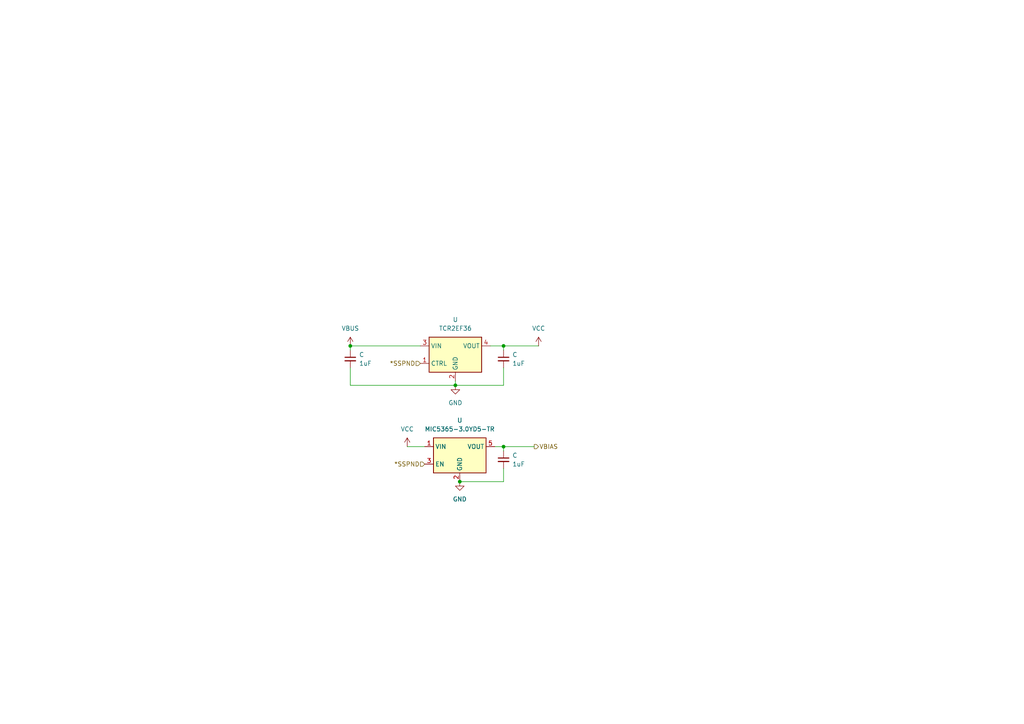
<source format=kicad_sch>
(kicad_sch (version 20250114) (generator "eeschema") (generator_version "9.0")
  (paper "A4")
  (title_block (title "Power") (date "2025-05-26") (rev "0.3") (company "Maksym Rybalskyi <Maxdespairon@gmail.com>"))
  (lib_symbols
    (symbol "Device:C_Small" (pin_numbers (hide yes)) (pin_names (offset 0.254) (hide yes))
      (property "Reference" "C" (at 0.254 1.778 0))
      (property "Value" "C_Small" (at 0.254 -2.032 0))
      (symbol "C_Small_0_1"
        (polyline (pts (xy -1.524 0.508) (xy 1.524 0.508)) (stroke (width 0.3048)))
        (polyline (pts (xy -1.524 -0.508) (xy 1.524 -0.508)) (stroke (width 0.3302)))
      )
      (symbol "C_Small_1_1"
        (pin passive line (at 0 2.54 270) (length 2.032) (name "~") (number "1"))
        (pin passive line (at 0 -2.54 90) (length 2.032) (name "~") (number "2"))
      )
    )
    (symbol "Regulator_Linear:MIC5365-3.0YC5"
      (property "Reference" "U" (at -6.35 6.35 0))
      (property "Value" "MIC5365-3.0YC5" (at 0 6.35 0))
      (symbol "MIC5365-3.0YC5_0_1"
        (rectangle (start -7.62 -5.08) (end 7.62 5.08) (stroke (width 0.254)) (fill (type background)))
      )
      (symbol "MIC5365-3.0YC5_1_1"
        (pin power_in line (at -10.16 2.54 0) (length 2.54) (name "VIN") (number "1"))
        (pin input line (at -10.16 -2.54 0) (length 2.54) (name "EN") (number "3"))
        (pin power_in line (at 0 -7.62 90) (length 2.54) (name "GND") (number "2"))
        (pin no_connect line (at 7.62 -2.54 180) (length 2.54) (hide yes) (name "NC") (number "4"))
        (pin power_out line (at 10.16 2.54 180) (length 2.54) (name "VOUT") (number "5"))
      )
    )
    (symbol "Regulator_Linear:TCR2EE27"
      (property "Reference" "U6" (at 0 9.3218 0))
      (property "Value" "TCR2EE27" (at 0 7.0104 0))
      (symbol "TCR2EE27_0_1"
        (rectangle (start -7.62 -5.08) (end 7.62 5.08) (stroke (width 0.254)) (fill (type background)))
      )
      (symbol "TCR2EE27_1_1"
        (pin power_in line (at -10.16 2.54 0) (length 2.54) (name "VIN") (number "3"))
        (pin input line (at -10.16 -2.54 0) (length 2.54) (name "CTRL") (number "1"))
        (pin power_in line (at 0 -7.62 90) (length 2.54) (name "GND") (number "2"))
        (pin no_connect line (at 7.62 -2.54 180) (length 2.54) (hide yes) (name "NC") (number "5"))
        (pin power_out line (at 10.16 2.54 180) (length 2.54) (name "VOUT") (number "4"))
      )
    )
    (symbol "power:GND" (power) (pin_numbers (hide yes)) (pin_names (offset 0) (hide yes))
      (property "Value" "GND" (at 0 -3.81 0))
      (symbol "GND_0_1"
        (polyline (pts (xy 0 0) (xy 0 -1.27) (xy 1.27 -1.27) (xy 0 -2.54) (xy -1.27 -1.27) (xy 0 -1.27)))
      )
      (symbol "GND_1_1"
        (pin power_in line (at 0 0 270) (length 0) (name "~") (number "1"))
      )
    )
    (symbol "power:VBUS" (power) (pin_numbers (hide yes)) (pin_names (offset 0) (hide yes))
      (property "Value" "VBUS" (at 0 3.556 0))
      (symbol "VBUS_0_1"
        (polyline (pts (xy -0.762 1.27) (xy 0 2.54)))
        (polyline (pts (xy 0 2.54) (xy 0.762 1.27)))
        (polyline (pts (xy 0 0) (xy 0 2.54)))
      )
      (symbol "VBUS_1_1"
        (pin power_in line (at 0 0 90) (length 0) (name "~") (number "1"))
      )
    )
    (symbol "power:VCC" (power) (pin_numbers (hide yes)) (pin_names (offset 0) (hide yes))
      (property "Value" "VCC" (at 0 3.556 0))
      (symbol "VCC_0_1"
        (polyline (pts (xy -0.762 1.27) (xy 0 2.54)))
        (polyline (pts (xy 0 2.54) (xy 0.762 1.27)))
        (polyline (pts (xy 0 0) (xy 0 2.54)))
      )
      (symbol "VCC_1_1"
        (pin power_in line (at 0 0 90) (length 0) (name "~") (number "1"))
      )
    )
  )
  (junction (at 146.05 129.54))
  (junction (at 132.08 111.76))
  (junction (at 101.6 100.33))
  (junction (at 133.35 139.7))
  (junction (at 146.05 100.33))
  (wire (pts (xy 132.08 111.76) (xy 132.08 110.49)))
  (wire (pts (xy 146.05 106.68) (xy 146.05 111.76)))
  (wire (pts (xy 146.05 139.7) (xy 133.35 139.7)))
  (wire (pts (xy 118.11 129.54) (xy 123.19 129.54)))
  (wire (pts (xy 101.6 106.68) (xy 101.6 111.76)))
  (wire (pts (xy 101.6 111.76) (xy 132.08 111.76)))
  (wire (pts (xy 101.6 100.33) (xy 121.92 100.33)))
  (wire (pts (xy 101.6 100.33) (xy 101.6 101.6)))
  (wire (pts (xy 143.51 129.54) (xy 146.05 129.54)))
  (wire (pts (xy 146.05 129.54) (xy 146.05 130.81)))
  (wire (pts (xy 142.24 100.33) (xy 146.05 100.33)))
  (wire (pts (xy 146.05 135.89) (xy 146.05 139.7)))
  (wire (pts (xy 146.05 129.54) (xy 154.94 129.54)))
  (wire (pts (xy 146.05 100.33) (xy 146.05 101.6)))
  (wire (pts (xy 146.05 100.33) (xy 156.21 100.33)))
  (wire (pts (xy 132.08 111.76) (xy 146.05 111.76)))
  (hierarchical_label "VBIAS" (shape output) (at 154.94 129.54 0))
  (hierarchical_label "*SSPND" (shape input) (at 121.92 105.41 180))
  (hierarchical_label "*SSPND" (shape input) (at 123.19 134.62 180))
  (symbol (lib_id "Regulator_Linear:TCR2EE27") (at 132.08 102.87 0) (unit 1)
    (property "Reference" "U" (at 132.08 92.71 0))
    (property "Value" "TCR2EF36" (at 132.08 95.25 0))
    (property "Footprint" "Package_TO_SOT_SMD:SOT-553" (effects (hide yes)))
    (property "Datasheet" "https://toshiba.semicon-storage.com/info/docget.jsp?did=13794&prodName=TCR2EF45" (effects (hide yes)))
    (property "Description" "200mA Low-dropout Voltage Regulator, Vout 2.7V, Vin up to 5.5V, SOT-553" (effects (hide yes)))
  )
  (symbol (lib_id "power:VCC") (at 118.11 129.54 0) (unit 1)
    (property "Reference" "#PWR" (effects (hide yes)))
    (property "Value" "VCC" (at 118.11 124.46 0))
    (property "Description" "Power symbol creates a global label with name \"VCC\"" (effects (hide yes)))
  )
  (symbol (lib_id "power:VCC") (at 156.21 100.33 0) (unit 1)
    (property "Reference" "#PWR" (effects (hide yes)))
    (property "Value" "VCC" (at 156.21 95.25 0))
    (property "Description" "Power symbol creates a global label with name \"VCC\"" (effects (hide yes)))
  )
  (symbol (lib_id "Regulator_Linear:MIC5365-3.0YC5") (at 133.35 132.08 0) (unit 1)
    (property "Reference" "U" (at 133.35 121.92 0))
    (property "Value" "MIC5365-3.0YD5-TR" (at 133.35 124.46 0))
    (property "Footprint" "Package_TO_SOT_SMD:SOT-353_SC-70-5" (effects (hide yes)))
    (property "Datasheet" "https://ww1.microchip.com/downloads/aemDocuments/documents/APID/ProductDocuments/DataSheets/MIC5365-6-High-Performance-Single-150mA-LDO-DS20006605A.pdf" (effects (hide yes)))
    (property "Description" "150mA Low-dropout Voltage Regulator, Vout 3.0V, Vin up to 5.5V, SC-70-5" (effects (hide yes)))
  )
  (symbol (lib_id "Device:C_Small") (at 101.6 104.14 0) (unit 1)
    (property "Reference" "C" (at 104.14 102.8762 0) (effects (justify left)))
    (property "Value" "1uF" (at 104.14 105.4162 0) (effects (justify left)))
    (property "Footprint" "Capacitor_SMD:C_0603_1608Metric_Pad1.08x0.95mm_HandSolder" (effects (hide yes)))
    (property "Description" "Unpolarized capacitor, small symbol" (effects (hide yes)))
  )
  (symbol (lib_id "Device:C_Small") (at 146.05 133.35 0) (unit 1)
    (property "Reference" "C" (at 148.59 132.0862 0) (effects (justify left)))
    (property "Value" "1uF" (at 148.59 134.6262 0) (effects (justify left)))
    (property "Footprint" "Capacitor_SMD:C_0603_1608Metric_Pad1.08x0.95mm_HandSolder" (effects (hide yes)))
    (property "Description" "Unpolarized capacitor, small symbol" (effects (hide yes)))
  )
  (symbol (lib_id "Device:C_Small") (at 146.05 104.14 0) (unit 1)
    (property "Reference" "C" (at 148.59 102.8762 0) (effects (justify left)))
    (property "Value" "1uF" (at 148.59 105.4162 0) (effects (justify left)))
    (property "Footprint" "Capacitor_SMD:C_0603_1608Metric_Pad1.08x0.95mm_HandSolder" (effects (hide yes)))
    (property "Description" "Unpolarized capacitor, small symbol" (effects (hide yes)))
  )
  (symbol (lib_id "power:GND") (at 133.35 139.7 0) (unit 1)
    (property "Reference" "#PWR" (effects (hide yes)))
    (property "Value" "GND" (at 133.35 144.78 0))
    (property "Description" "Power symbol creates a global label with name \"GND\" , ground" (effects (hide yes)))
  )
  (symbol (lib_id "power:GND") (at 132.08 111.76 0) (unit 1)
    (property "Reference" "#PWR" (effects (hide yes)))
    (property "Value" "GND" (at 132.08 116.84 0))
    (property "Description" "Power symbol creates a global label with name \"GND\" , ground" (effects (hide yes)))
  )
  (symbol (lib_id "power:VBUS") (at 101.6 100.33 0) (unit 1)
    (property "Reference" "#PWR" (effects (hide yes)))
    (property "Value" "VBUS" (at 101.6 95.25 0))
    (property "Description" "Power symbol creates a global label with name \"VBUS\"" (effects (hide yes)))
  )
)
</source>
